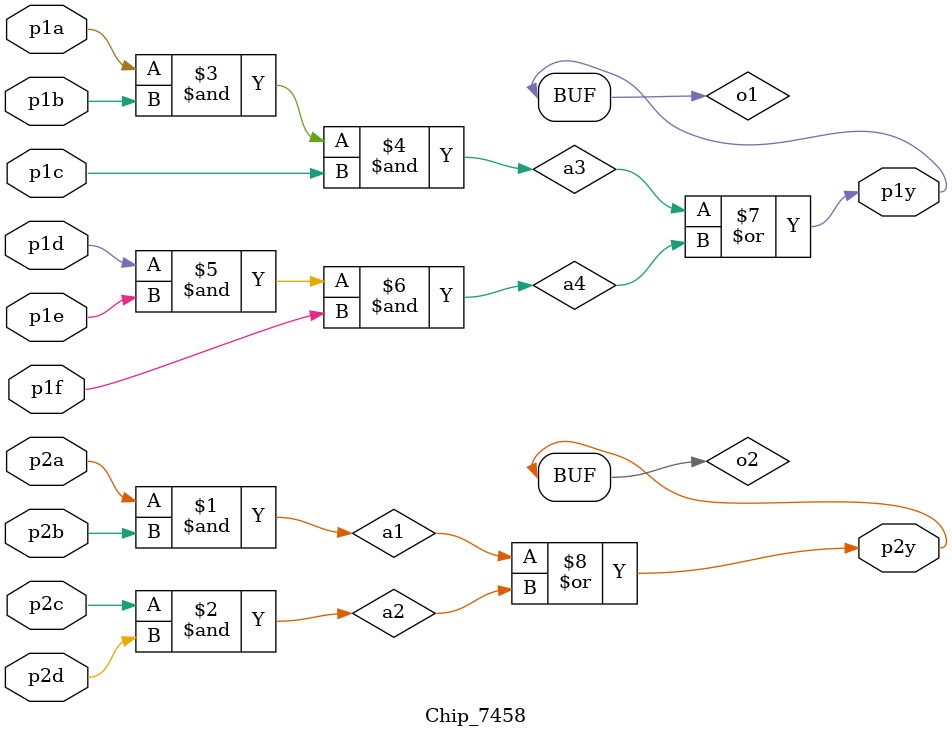
<source format=v>
`timescale 1ns / 1ps


module Chip_7458(
    input p1a,p1b,p1c,p1d,p1e,p1f,
    input p2a,p2b,p2c,p2d,
    output p1y,p2y
    );
    wire a1,a2,a3,a4,o1,o2;
    assign a1 = p2a & p2b;
    assign a2 = p2c & p2d;
    assign a3 = p1a & p1b & p1c;
    assign a4 = p1d & p1e & p1f;
    assign o1 = a3 | a4;
    assign o2 = a1 | a2;
    assign p1y = o1;
    assign p2y = o2;
endmodule

</source>
